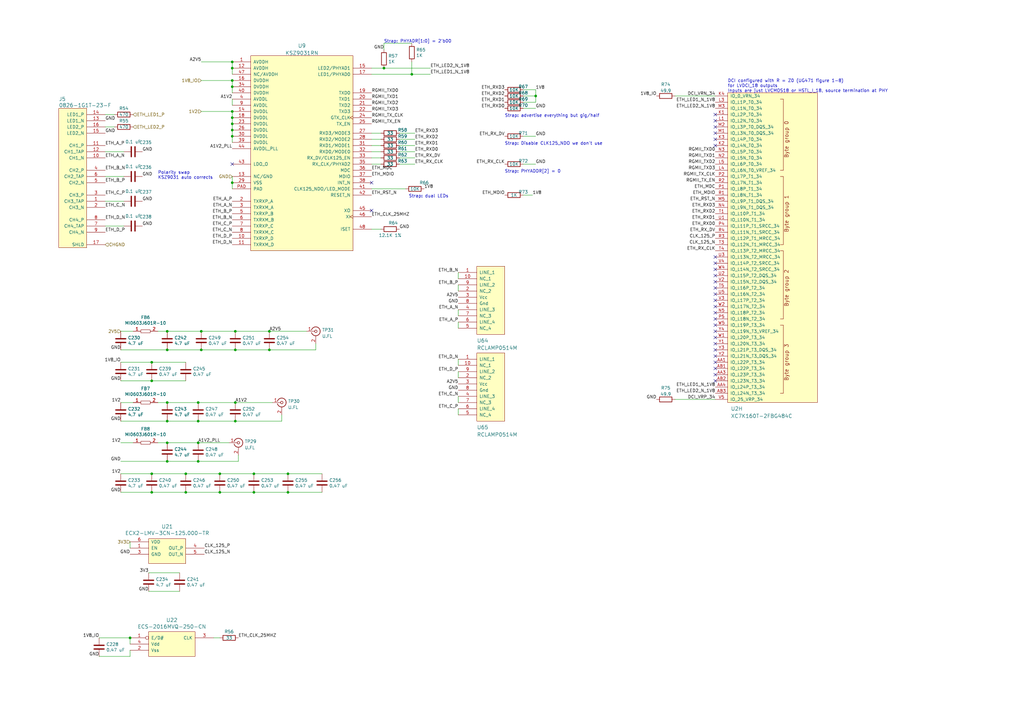
<source format=kicad_sch>
(kicad_sch (version 20211123) (generator eeschema)
  (paper "A3")
  (title_block (date "2023-05-28"))
  (junction (at 95.25 53.34))
  (junction (at 168.91 30.48))
  (junction (at 95.25 27.94))
  (junction (at 95.25 48.26))
  (junction (at 68.58 165.1))
  (junction (at 95.25 45.72))
  (junction (at 82.55 143.51))
  (junction (at 104.14 201.93))
  (junction (at 96.52 135.89))
  (junction (at 96.52 165.1))
  (junction (at 62.23 201.93))
  (junction (at 81.28 172.72))
  (junction (at 157.48 27.94))
  (junction (at 95.25 25.4))
  (junction (at 95.25 35.56))
  (junction (at 96.52 172.72))
  (junction (at 68.58 172.72))
  (junction (at 53.34 261.62))
  (junction (at 90.17 201.93))
  (junction (at 110.49 135.89))
  (junction (at 62.23 148.59))
  (junction (at 81.28 189.23))
  (junction (at 81.28 181.61))
  (junction (at 62.23 194.31))
  (junction (at 68.58 143.51))
  (junction (at 90.17 194.31))
  (junction (at 62.23 156.21))
  (junction (at 68.58 181.61))
  (junction (at 82.55 135.89))
  (junction (at 110.49 143.51))
  (junction (at 81.28 165.1))
  (junction (at 118.11 194.31))
  (junction (at 118.11 201.93))
  (junction (at 96.52 143.51))
  (junction (at 95.25 33.02))
  (junction (at 76.2 194.31))
  (junction (at 68.58 189.23))
  (junction (at 104.14 194.31))
  (junction (at 68.58 135.89))
  (junction (at 76.2 201.93))
  (junction (at 95.25 55.88))
  (junction (at 95.25 74.93))
  (junction (at 219.71 39.37))
  (junction (at 95.25 50.8))
  (no_connect (at 293.37 138.43))
  (no_connect (at 293.37 57.15))
  (no_connect (at 293.37 128.27))
  (no_connect (at 293.37 52.07))
  (no_connect (at 293.37 146.05))
  (no_connect (at 293.37 54.61))
  (no_connect (at 152.4 74.93))
  (no_connect (at 293.37 140.97))
  (no_connect (at 293.37 133.35))
  (no_connect (at 293.37 120.65))
  (no_connect (at 293.37 143.51))
  (no_connect (at 293.37 113.03))
  (no_connect (at 293.37 156.21))
  (no_connect (at 293.37 130.81))
  (no_connect (at 293.37 151.13))
  (no_connect (at 293.37 115.57))
  (no_connect (at 152.4 86.36))
  (no_connect (at 293.37 46.99))
  (no_connect (at 293.37 135.89))
  (no_connect (at 293.37 123.19))
  (no_connect (at 293.37 153.67))
  (no_connect (at 293.37 148.59))
  (no_connect (at 293.37 107.95))
  (no_connect (at 293.37 110.49))
  (no_connect (at 293.37 125.73))
  (no_connect (at 293.37 118.11))
  (no_connect (at 95.25 67.31))
  (no_connect (at 293.37 105.41))
  (no_connect (at 293.37 59.69))
  (no_connect (at 293.37 49.53))
  (wire (pts (xy 90.17 201.93) (xy 104.14 201.93)))
  (wire (pts (xy 95.25 33.02) (xy 95.25 35.56)))
  (wire (pts (xy 214.63 41.91) (xy 219.71 41.91)))
  (wire (pts (xy 62.23 201.93) (xy 76.2 201.93)))
  (wire (pts (xy 176.53 27.94) (xy 157.48 27.94)))
  (wire (pts (xy 170.18 57.15) (xy 163.83 57.15)))
  (wire (pts (xy 156.21 54.61) (xy 152.4 54.61)))
  (wire (pts (xy 110.49 143.51) (xy 129.54 143.51)))
  (wire (pts (xy 43.18 46.99) (xy 46.99 46.99)))
  (wire (pts (xy 50.8 62.23) (xy 43.18 62.23)))
  (wire (pts (xy 219.71 39.37) (xy 219.71 36.83)))
  (wire (pts (xy 95.25 53.34) (xy 95.25 55.88)))
  (wire (pts (xy 276.86 163.83) (xy 293.37 163.83)))
  (wire (pts (xy 214.63 36.83) (xy 219.71 36.83)))
  (wire (pts (xy 156.21 93.98) (xy 152.4 93.98)))
  (wire (pts (xy 157.48 17.78) (xy 168.91 17.78)))
  (wire (pts (xy 68.58 181.61) (xy 64.77 181.61)))
  (wire (pts (xy 118.11 194.31) (xy 104.14 194.31)))
  (wire (pts (xy 187.96 116.84) (xy 187.96 119.38)))
  (wire (pts (xy 81.28 189.23) (xy 97.79 189.23)))
  (wire (pts (xy 170.18 67.31) (xy 163.83 67.31)))
  (wire (pts (xy 62.23 194.31) (xy 49.53 194.31)))
  (wire (pts (xy 53.34 261.62) (xy 53.34 264.16)))
  (wire (pts (xy 95.25 50.8) (xy 95.25 53.34)))
  (wire (pts (xy 40.64 269.24) (xy 53.34 269.24)))
  (wire (pts (xy 49.53 201.93) (xy 62.23 201.93)))
  (wire (pts (xy 82.55 33.02) (xy 95.25 33.02)))
  (wire (pts (xy 129.54 143.51) (xy 129.54 140.97)))
  (wire (pts (xy 219.71 67.31) (xy 214.63 67.31)))
  (wire (pts (xy 40.64 261.62) (xy 53.34 261.62)))
  (wire (pts (xy 54.61 165.1) (xy 49.53 165.1)))
  (wire (pts (xy 152.4 27.94) (xy 157.48 27.94)))
  (wire (pts (xy 95.25 74.93) (xy 95.25 77.47)))
  (wire (pts (xy 68.58 165.1) (xy 64.77 165.1)))
  (wire (pts (xy 276.86 39.37) (xy 293.37 39.37)))
  (wire (pts (xy 68.58 189.23) (xy 81.28 189.23)))
  (wire (pts (xy 170.18 62.23) (xy 163.83 62.23)))
  (wire (pts (xy 64.77 135.89) (xy 68.58 135.89)))
  (wire (pts (xy 81.28 172.72) (xy 96.52 172.72)))
  (wire (pts (xy 95.25 35.56) (xy 95.25 38.1)))
  (wire (pts (xy 156.21 67.31) (xy 152.4 67.31)))
  (wire (pts (xy 62.23 148.59) (xy 76.2 148.59)))
  (wire (pts (xy 104.14 194.31) (xy 90.17 194.31)))
  (wire (pts (xy 163.83 64.77) (xy 170.18 64.77)))
  (wire (pts (xy 90.17 194.31) (xy 76.2 194.31)))
  (wire (pts (xy 68.58 143.51) (xy 82.55 143.51)))
  (wire (pts (xy 115.57 172.72) (xy 115.57 170.18)))
  (wire (pts (xy 163.83 59.69) (xy 170.18 59.69)))
  (wire (pts (xy 90.17 261.62) (xy 87.63 261.62)))
  (wire (pts (xy 156.21 64.77) (xy 152.4 64.77)))
  (wire (pts (xy 168.91 30.48) (xy 176.53 30.48)))
  (wire (pts (xy 168.91 30.48) (xy 152.4 30.48)))
  (wire (pts (xy 97.79 189.23) (xy 97.79 186.69)))
  (wire (pts (xy 54.61 135.89) (xy 49.53 135.89)))
  (wire (pts (xy 110.49 135.89) (xy 96.52 135.89)))
  (wire (pts (xy 95.25 40.64) (xy 95.25 43.18)))
  (wire (pts (xy 187.96 162.56) (xy 187.96 165.1)))
  (wire (pts (xy 68.58 172.72) (xy 81.28 172.72)))
  (wire (pts (xy 53.34 269.24) (xy 53.34 266.7)))
  (wire (pts (xy 43.18 82.55) (xy 50.8 82.55)))
  (wire (pts (xy 95.25 48.26) (xy 95.25 50.8)))
  (wire (pts (xy 219.71 55.88) (xy 214.63 55.88)))
  (wire (pts (xy 219.71 44.45) (xy 214.63 44.45)))
  (wire (pts (xy 49.53 156.21) (xy 62.23 156.21)))
  (wire (pts (xy 81.28 165.1) (xy 68.58 165.1)))
  (wire (pts (xy 82.55 25.4) (xy 95.25 25.4)))
  (wire (pts (xy 60.96 242.57) (xy 73.66 242.57)))
  (wire (pts (xy 104.14 201.93) (xy 118.11 201.93)))
  (wire (pts (xy 73.66 234.95) (xy 60.96 234.95)))
  (wire (pts (xy 187.96 111.76) (xy 187.96 114.3)))
  (wire (pts (xy 95.25 72.39) (xy 95.25 74.93)))
  (wire (pts (xy 82.55 143.51) (xy 96.52 143.51)))
  (wire (pts (xy 132.08 194.31) (xy 118.11 194.31)))
  (wire (pts (xy 95.25 55.88) (xy 95.25 58.42)))
  (wire (pts (xy 157.48 20.32) (xy 157.48 17.78)))
  (wire (pts (xy 46.99 52.07) (xy 43.18 52.07)))
  (wire (pts (xy 96.52 143.51) (xy 110.49 143.51)))
  (wire (pts (xy 50.8 72.39) (xy 43.18 72.39)))
  (wire (pts (xy 81.28 181.61) (xy 68.58 181.61)))
  (wire (pts (xy 50.8 92.71) (xy 43.18 92.71)))
  (wire (pts (xy 187.96 127) (xy 187.96 129.54)))
  (wire (pts (xy 187.96 132.08) (xy 187.96 134.62)))
  (wire (pts (xy 166.37 77.47) (xy 152.4 77.47)))
  (wire (pts (xy 96.52 135.89) (xy 82.55 135.89)))
  (wire (pts (xy 82.55 135.89) (xy 68.58 135.89)))
  (wire (pts (xy 49.53 143.51) (xy 68.58 143.51)))
  (wire (pts (xy 187.96 167.64) (xy 187.96 170.18)))
  (wire (pts (xy 96.52 172.72) (xy 115.57 172.72)))
  (wire (pts (xy 163.83 54.61) (xy 170.18 54.61)))
  (wire (pts (xy 49.53 189.23) (xy 68.58 189.23)))
  (wire (pts (xy 118.11 201.93) (xy 132.08 201.93)))
  (wire (pts (xy 53.34 222.25) (xy 53.34 224.79)))
  (wire (pts (xy 110.49 135.89) (xy 125.73 135.89)))
  (wire (pts (xy 81.28 181.61) (xy 93.98 181.61)))
  (wire (pts (xy 156.21 62.23) (xy 152.4 62.23)))
  (wire (pts (xy 187.96 147.32) (xy 187.96 149.86)))
  (wire (pts (xy 49.53 172.72) (xy 68.58 172.72)))
  (wire (pts (xy 95.25 25.4) (xy 95.25 27.94)))
  (wire (pts (xy 54.61 181.61) (xy 49.53 181.61)))
  (wire (pts (xy 82.55 45.72) (xy 95.25 45.72)))
  (wire (pts (xy 156.21 57.15) (xy 152.4 57.15)))
  (wire (pts (xy 96.52 165.1) (xy 111.76 165.1)))
  (wire (pts (xy 62.23 156.21) (xy 76.2 156.21)))
  (wire (pts (xy 156.21 59.69) (xy 152.4 59.69)))
  (wire (pts (xy 95.25 45.72) (xy 95.25 48.26)))
  (wire (pts (xy 76.2 201.93) (xy 90.17 201.93)))
  (wire (pts (xy 76.2 194.31) (xy 62.23 194.31)))
  (wire (pts (xy 49.53 148.59) (xy 62.23 148.59)))
  (wire (pts (xy 219.71 41.91) (xy 219.71 39.37)))
  (wire (pts (xy 95.25 27.94) (xy 95.25 30.48)))
  (wire (pts (xy 168.91 25.4) (xy 168.91 30.48)))
  (wire (pts (xy 187.96 152.4) (xy 187.96 154.94)))
  (wire (pts (xy 218.44 80.01) (xy 214.63 80.01)))
  (wire (pts (xy 96.52 165.1) (xy 81.28 165.1)))
  (wire (pts (xy 214.63 39.37) (xy 219.71 39.37)))
  (text "Strap: Disable CLK125_NDO we don't use" (at 207.01 59.69 0) (effects (font (size 1.27 1.27)) (justify left bottom)))
  (text "Polarity swap\nKSZ9031 auto corrects" (at 64.77 73.66 0) (effects (font (size 1.27 1.27)) (justify left bottom)))
  (text "Strap: PHYADR[1:0] = 2'b00" (at 157.48 17.78 0) (effects (font (size 1.27 1.27)) (justify left bottom)))
  (text "Strap: advertise everything but gig/half" (at 207.01 48.26 0) (effects (font (size 1.27 1.27)) (justify left bottom)))
  (text "Strap: PHYADDR[2] = 0" (at 207.01 71.12 0) (effects (font (size 1.27 1.27)) (justify left bottom)))
  (text "Strap: dual LEDs" (at 167.64 81.28 0) (effects (font (size 1.27 1.27)) (justify left bottom)))
  (text "DCI configured with R = Z0 (UG471 figure 1-8)\nfor LVDCI_18 outputs\nInputs are just LVCMOS18 or HSTL_I_18, source termination at PHY" (at 298.45 38.1 0) (effects (font (size 1.27 1.27)) (justify left bottom)))
  (label "1V2" (at 49.53 165.1 180))
  (label "GND" (at 187.96 160.02 180))
  (label "ETH_RXD3" (at 293.37 85.09 180))
  (label "RGMII_TX_CLK" (at 293.37 72.39 180))
  (label "ETH_D_P" (at 187.96 152.4 180))
  (label "ETH_LED1_N_1V8" (at 293.37 158.75 180))
  (label "ETH_RXD2" (at 293.37 87.63 180))
  (label "GND" (at 269.24 163.83 180))
  (label "RGMII_TXD3" (at 152.4 45.72 0))
  (label "A1V2_PLL" (at 81.28 181.61 0))
  (label "RGMII_TXD0" (at 152.4 38.1 0))
  (label "ETH_B_P" (at 95.25 87.63 180))
  (label "ETH_RXD3" (at 207.01 36.83 180))
  (label "ETH_C_P" (at 95.25 92.71 180))
  (label "ETH_C_N" (at 43.18 85.09 0))
  (label "ETH_RX_CLK" (at 293.37 102.87 180))
  (label "ETH_RXD2" (at 170.18 57.15 0))
  (label "RGMII_TX_CLK" (at 152.4 48.26 0))
  (label "CLK_125_N" (at 83.82 227.33 0))
  (label "1V8" (at 219.71 36.83 0))
  (label "GND" (at 157.48 20.32 180))
  (label "ETH_RXD2" (at 207.01 39.37 180))
  (label "GND" (at 163.83 93.98 0))
  (label "RGMII_TX_EN" (at 152.4 50.8 0))
  (label "ETH_RX_DV" (at 170.18 64.77 0))
  (label "RGMII_TXD3" (at 293.37 69.85 180))
  (label "1V8_IO" (at 49.53 148.59 180))
  (label "ETH_B_P" (at 187.96 116.84 180))
  (label "ETH_B_P" (at 43.18 74.93 0))
  (label "ETH_D_N" (at 95.25 100.33 180))
  (label "ETH_MDC" (at 152.4 69.85 0))
  (label "GND" (at 187.96 124.46 180))
  (label "ETH_B_N" (at 187.96 111.76 180))
  (label "1V8" (at 173.99 77.47 0))
  (label "ETH_RXD1" (at 293.37 90.17 180))
  (label "ETH_RXD1" (at 207.01 41.91 180))
  (label "DCI_VRN_34" (at 293.37 39.37 180))
  (label "ETH_RST_N" (at 152.4 80.01 0))
  (label "ETH_D_N" (at 187.96 147.32 180))
  (label "GND" (at 58.42 92.71 0))
  (label "GND" (at 219.71 67.31 0))
  (label "ETH_RXD0" (at 170.18 62.23 0))
  (label "ETH_C_N" (at 187.96 162.56 180))
  (label "ETH_C_P" (at 43.18 80.01 0))
  (label "1V2" (at 49.53 194.31 180))
  (label "ETH_LED2_N_1V8" (at 293.37 161.29 180))
  (label "RGMII_TX_EN" (at 293.37 74.93 180))
  (label "ETH_C_N" (at 95.25 95.25 180))
  (label "ETH_RXD0" (at 207.01 44.45 180))
  (label "GND" (at 40.64 269.24 180))
  (label "GND" (at 49.53 189.23 180))
  (label "ETH_LED1_N_1V8" (at 176.53 30.48 0))
  (label "GND" (at 49.53 156.21 180))
  (label "ETH_RX_CLK" (at 207.01 67.31 180))
  (label "RGMII_TXD0" (at 293.37 62.23 180))
  (label "ETH_A_N" (at 187.96 127 180))
  (label "1V8" (at 218.44 80.01 0))
  (label "ETH_CLK_25MHZ" (at 97.79 261.62 0))
  (label "GND" (at 219.71 44.45 0))
  (label "ETH_LED2_N_1V8" (at 293.37 44.45 180))
  (label "ETH_A_P" (at 187.96 132.08 180))
  (label "1V2" (at 49.53 181.61 180))
  (label "ETH_C_P" (at 187.96 167.64 180))
  (label "GND" (at 43.18 54.61 0))
  (label "1V8_IO" (at 40.64 261.62 180))
  (label "ETH_D_N" (at 43.18 90.17 0))
  (label "A1V2" (at 95.25 40.64 180))
  (label "ETH_MDC" (at 293.37 77.47 180))
  (label "ETH_A_N" (at 43.18 64.77 0))
  (label "RGMII_TXD1" (at 152.4 40.64 0))
  (label "ETH_A_N" (at 95.25 85.09 180))
  (label "GND" (at 58.42 72.39 0))
  (label "RGMII_TXD2" (at 152.4 43.18 0))
  (label "CLK_125_P" (at 293.37 97.79 180))
  (label "CLK_125_N" (at 293.37 100.33 180))
  (label "GND" (at 43.18 49.53 0))
  (label "GND" (at 49.53 201.93 180))
  (label "RGMII_TXD1" (at 293.37 64.77 180))
  (label "ETH_B_N" (at 95.25 90.17 180))
  (label "ETH_MDIO" (at 293.37 80.01 180))
  (label "ETH_A_P" (at 43.18 59.69 0))
  (label "ETH_RX_CLK" (at 170.18 67.31 0))
  (label "ETH_RXD1" (at 170.18 59.69 0))
  (label "CLK_125_P" (at 83.82 224.79 0))
  (label "ETH_D_P" (at 95.25 97.79 180))
  (label "GND" (at 49.53 172.72 180))
  (label "ETH_RST_N" (at 293.37 82.55 180))
  (label "1V8_IO" (at 269.24 39.37 180))
  (label "GND" (at 58.42 82.55 0))
  (label "3V3" (at 60.96 234.95 180))
  (label "ETH_D_P" (at 43.18 95.25 0))
  (label "ETH_LED2_N_1V8" (at 176.53 27.94 0))
  (label "ETH_MDIO" (at 207.01 80.01 180))
  (label "A1V2_PLL" (at 95.25 60.96 180))
  (label "RGMII_TXD2" (at 293.37 67.31 180))
  (label "GND" (at 49.53 143.51 180))
  (label "GND" (at 58.42 62.23 0))
  (label "GND" (at 219.71 55.88 0))
  (label "A2V5" (at 187.96 157.48 180))
  (label "ETH_B_N" (at 43.18 69.85 0))
  (label "ETH_RX_DV" (at 293.37 95.25 180))
  (label "A2V5" (at 110.49 135.89 0))
  (label "ETH_MDIO" (at 152.4 72.39 0))
  (label "ETH_RX_DV" (at 207.01 55.88 180))
  (label "ETH_CLK_25MHZ" (at 152.4 88.9 0))
  (label "ETH_A_P" (at 95.25 82.55 180))
  (label "A2V5" (at 82.55 25.4 180))
  (label "ETH_LED1_N_1V8" (at 293.37 41.91 180))
  (label "ETH_RXD0" (at 293.37 92.71 180))
  (label "GND" (at 53.34 227.33 180))
  (label "A1V2" (at 96.52 165.1 0))
  (label "GND" (at 60.96 242.57 180))
  (label "DCI_VRP_34" (at 293.37 163.83 180))
  (label "ETH_RXD3" (at 170.18 54.61 0))
  (label "A2V5" (at 187.96 121.92 180))
  (hierarchical_label "2V5" (shape input) (at 49.53 135.89 180))
  (hierarchical_label "3V3" (shape input) (at 53.34 222.25 180))
  (hierarchical_label "GND" (shape input) (at 95.25 72.39 180))
  (hierarchical_label "1V2" (shape input) (at 82.55 45.72 180))
  (hierarchical_label "CHGND" (shape input) (at 43.18 100.33 0))
  (hierarchical_label "ETH_LED2_P" (shape input) (at 54.61 52.07 0))
  (hierarchical_label "1V8_IO" (shape input) (at 82.55 33.02 180))
  (hierarchical_label "ETH_LED1_P" (shape input) (at 54.61 46.99 0))
  (symbol (lib_id "device:R") (at 210.82 39.37 270) (unit 1)
    (property "Reference" "R68" (at 214.63 38.1 90))
    (property "Value" "10K" (at 210.82 39.37 90))
    (property "Footprint" "azonenberg_pcb:EIA_0402_RES_NOSILK" (effects hide))
  )
  (symbol (lib_id "device:C") (at 73.66 238.76 0) (unit 1)
    (property "Reference" "C241" (at 76.581 237.5916 0) (effects (justify left)))
    (property "Value" "0.47 uF" (at 76.581 239.903 0) (effects (justify left)))
    (property "Footprint" "azonenberg_pcb:EIA_0402_CAP_NOSILK" (effects hide))
  )
  (symbol (lib_id "device:C") (at 49.53 139.7 0) (unit 1)
    (property "Reference" "C230" (at 52.451 138.5316 0) (effects (justify left)))
    (property "Value" "4.7 uF" (at 52.451 140.843 0) (effects (justify left)))
    (property "Footprint" "azonenberg_pcb:EIA_0603_CAP_NOSILK" (effects hide))
  )
  (symbol (lib_id "device:R") (at 170.18 77.47 270) (unit 1)
    (property "Reference" "R66" (at 173.99 74.93 90))
    (property "Value" "10K" (at 170.18 77.47 90))
    (property "Footprint" "azonenberg_pcb:EIA_0402_RES_NOSILK" (effects hide))
  )
  (symbol (lib_id "device:R") (at 160.02 93.98 270) (unit 1)
    (property "Reference" "R64" (at 161.29 91.44 90))
    (property "Value" "12.1K 1%" (at 160.02 96.52 90))
    (property "Footprint" "azonenberg_pcb:EIA_0402_RES_NOSILK" (effects hide))
  )
  (symbol (lib_id "device:C") (at 76.2 152.4 0) (unit 1)
    (property "Reference" "C245" (at 79.121 151.2316 0) (effects (justify left)))
    (property "Value" "0.47 uF" (at 79.121 153.543 0) (effects (justify left)))
    (property "Footprint" "azonenberg_pcb:EIA_0402_CAP_NOSILK" (effects hide))
  )
  (symbol (lib_id "device:R") (at 160.02 67.31 270) (unit 1)
    (property "Reference" "R63" (at 165.1 66.04 90))
    (property "Value" "33" (at 160.02 67.31 90))
    (property "Footprint" "azonenberg_pcb:EIA_0402_RES_NOSILK" (effects hide))
  )
  (symbol (lib_id "device:R") (at 50.8 52.07 270) (unit 1)
    (property "Reference" "R55" (at 50.8 49.53 90))
    (property "Value" "470" (at 50.8 52.07 90))
    (property "Footprint" "azonenberg_pcb:EIA_0402_RES_NOSILK" (effects hide))
  )
  (symbol (lib_id "device:C") (at 104.14 198.12 0) (unit 1)
    (property "Reference" "C253" (at 107.061 196.9516 0) (effects (justify left)))
    (property "Value" "0.47 uF" (at 107.061 199.263 0) (effects (justify left)))
    (property "Footprint" "azonenberg_pcb:EIA_0402_CAP_NOSILK" (effects hide))
  )
  (symbol (lib_id "passive-azonenberg:FERRITE_SMALL2") (at 59.69 135.89 0) (unit 1)
    (property "Reference" "FB6" (at 59.69 130.175 0))
    (property "Value" "MI0603J601R-10" (at 59.69 132.4864 0))
    (property "Footprint" "azonenberg_pcb:EIA_0603_INDUCTOR_NOSILK" (effects hide))
  )
  (symbol (lib_id "device:C") (at 54.61 62.23 270) (unit 1)
    (property "Reference" "C235" (at 59.69 58.42 90))
    (property "Value" "0.1 uF" (at 54.61 58.1406 90))
    (property "Footprint" "azonenberg_pcb:EIA_0402_CAP_NOSILK" (effects hide))
  )
  (symbol (lib_id "device:R") (at 210.82 67.31 270) (unit 1)
    (property "Reference" "R72" (at 214.63 66.04 90))
    (property "Value" "10K" (at 210.82 67.31 90))
    (property "Footprint" "azonenberg_pcb:EIA_0402_RES_NOSILK" (effects hide))
  )
  (symbol (lib_id "device:C") (at 96.52 139.7 0) (unit 1)
    (property "Reference" "C251" (at 99.441 138.5316 0) (effects (justify left)))
    (property "Value" "0.47 uF" (at 99.441 140.843 0) (effects (justify left)))
    (property "Footprint" "azonenberg_pcb:EIA_0402_CAP_NOSILK" (effects hide))
  )
  (symbol (lib_id "conn:CONN_COAXIAL") (at 129.54 135.89 0) (unit 1)
    (property "Reference" "TP31" (at 132.0801 135.3485 0) (effects (justify left)))
    (property "Value" "U.FL" (at 132.0801 137.8854 0) (effects (justify left)))
    (property "Footprint" "azonenberg_pcb:CONN_U.FL_TE_1909763-1" (effects hide))
  )
  (symbol (lib_id "special-azonenberg:BEL_FUSE_0826-1G1T-23-F") (at 35.56 97.79 0) (mirror y) (unit 1)
    (property "Reference" "J5" (at 24.13 40.64 0) (effects (font (size 1.524 1.524)) (justify right)))
    (property "Value" "0826-1G1T-23-F" (at 24.13 43.18 0) (effects (font (size 1.524 1.524)) (justify right)))
    (property "Footprint" "azonenberg_pcb:CONN_BELFUSE_0826_1G1T_23_F" (effects hide))
  )
  (symbol (lib_id "device:C") (at 62.23 198.12 0) (unit 1)
    (property "Reference" "C240" (at 65.151 196.9516 0) (effects (justify left)))
    (property "Value" "0.47 uF" (at 65.151 199.263 0) (effects (justify left)))
    (property "Footprint" "azonenberg_pcb:EIA_0402_CAP_NOSILK" (effects hide))
  )
  (symbol (lib_id "device:C") (at 81.28 185.42 0) (unit 1)
    (property "Reference" "C248" (at 84.201 184.2516 0) (effects (justify left)))
    (property "Value" "0.47 uF" (at 84.201 186.563 0) (effects (justify left)))
    (property "Footprint" "azonenberg_pcb:EIA_0402_CAP_NOSILK" (effects hide))
  )
  (symbol (lib_id "device:R") (at 93.98 261.62 270) (unit 1)
    (property "Reference" "R56" (at 93.98 259.08 90))
    (property "Value" "33" (at 93.98 261.62 90))
    (property "Footprint" "azonenberg_pcb:EIA_0402_RES_NOSILK" (effects hide))
  )
  (symbol (lib_id "device:R") (at 210.82 55.88 270) (unit 1)
    (property "Reference" "R71" (at 214.63 54.61 90))
    (property "Value" "10K" (at 210.82 55.88 90))
    (property "Footprint" "azonenberg_pcb:EIA_0402_RES_NOSILK" (effects hide))
  )
  (symbol (lib_id "device:C") (at 49.53 152.4 0) (unit 1)
    (property "Reference" "C231" (at 52.451 151.2316 0) (effects (justify left)))
    (property "Value" "4.7 uF" (at 52.451 153.543 0) (effects (justify left)))
    (property "Footprint" "azonenberg_pcb:EIA_0603_CAP_NOSILK" (effects hide))
  )
  (symbol (lib_id "device:C") (at 96.52 168.91 0) (unit 1)
    (property "Reference" "C252" (at 99.441 167.7416 0) (effects (justify left)))
    (property "Value" "0.47 uF" (at 99.441 170.053 0) (effects (justify left)))
    (property "Footprint" "azonenberg_pcb:EIA_0402_CAP_NOSILK" (effects hide))
  )
  (symbol (lib_id "device:C") (at 54.61 72.39 270) (unit 1)
    (property "Reference" "C236" (at 59.69 68.58 90))
    (property "Value" "0.1 uF" (at 54.61 68.3006 90))
    (property "Footprint" "azonenberg_pcb:EIA_0402_CAP_NOSILK" (effects hide))
  )
  (symbol (lib_id "device:R") (at 210.82 44.45 270) (unit 1)
    (property "Reference" "R70" (at 214.63 43.18 90))
    (property "Value" "10K" (at 210.82 44.45 90))
    (property "Footprint" "azonenberg_pcb:EIA_0402_RES_NOSILK" (effects hide))
  )
  (symbol (lib_id "device:C") (at 49.53 168.91 0) (unit 1)
    (property "Reference" "C232" (at 52.451 167.7416 0) (effects (justify left)))
    (property "Value" "4.7 uF" (at 52.451 170.053 0) (effects (justify left)))
    (property "Footprint" "azonenberg_pcb:EIA_0603_CAP_NOSILK" (effects hide))
  )
  (symbol (lib_id "device:R") (at 168.91 21.59 0) (unit 1)
    (property "Reference" "R65" (at 170.688 20.4216 0) (effects (justify left)))
    (property "Value" "1K" (at 170.688 22.733 0) (effects (justify left)))
    (property "Footprint" "azonenberg_pcb:EIA_0402_RES_NOSILK" (effects hide))
  )
  (symbol (lib_id "device:C") (at 76.2 198.12 0) (unit 1)
    (property "Reference" "C246" (at 79.121 196.9516 0) (effects (justify left)))
    (property "Value" "0.47 uF" (at 79.121 199.263 0) (effects (justify left)))
    (property "Footprint" "azonenberg_pcb:EIA_0402_CAP_NOSILK" (effects hide))
  )
  (symbol (lib_id "device:R") (at 160.02 59.69 270) (unit 1)
    (property "Reference" "R60" (at 165.1 58.42 90))
    (property "Value" "33" (at 160.02 59.69 90))
    (property "Footprint" "azonenberg_pcb:EIA_0402_RES_NOSILK" (effects hide))
  )
  (symbol (lib_id "device:R") (at 160.02 54.61 270) (unit 1)
    (property "Reference" "R58" (at 165.1 53.34 90))
    (property "Value" "33" (at 160.02 54.61 90))
    (property "Footprint" "azonenberg_pcb:EIA_0402_RES_NOSILK" (effects hide))
  )
  (symbol (lib_id "conn:CONN_COAXIAL") (at 115.57 165.1 0) (unit 1)
    (property "Reference" "TP30" (at 118.1101 164.5585 0) (effects (justify left)))
    (property "Value" "U.FL" (at 118.1101 167.0954 0) (effects (justify left)))
    (property "Footprint" "azonenberg_pcb:CONN_U.FL_TE_1909763-1" (effects hide))
  )
  (symbol (lib_id "device:C") (at 54.61 92.71 270) (unit 1)
    (property "Reference" "C238" (at 59.69 88.9 90))
    (property "Value" "0.1 uF" (at 54.61 88.6206 90))
    (property "Footprint" "azonenberg_pcb:EIA_0402_CAP_NOSILK" (effects hide))
  )
  (symbol (lib_id "device:C") (at 118.11 198.12 0) (unit 1)
    (property "Reference" "C255" (at 121.031 196.9516 0) (effects (justify left)))
    (property "Value" "0.47 uF" (at 121.031 199.263 0) (effects (justify left)))
    (property "Footprint" "azonenberg_pcb:EIA_0402_CAP_NOSILK" (effects hide))
  )
  (symbol (lib_id "xilinx-azonenberg:XC7KxT-FBG484") (at 298.45 163.83 0) (unit 8)
    (property "Reference" "U2" (at 299.72 167.64 0) (effects (font (size 1.524 1.524)) (justify left)))
    (property "Value" "XC7K160T-2FBG484C" (at 299.72 170.6334 0) (effects (font (size 1.524 1.524)) (justify left)))
    (property "Footprint" "azonenberg_pcb:BGA_484_22x22_FULLARRAY_1MM" (effects hide))
  )
  (symbol (lib_id "device:C") (at 54.61 82.55 270) (unit 1)
    (property "Reference" "C237" (at 59.69 78.74 90))
    (property "Value" "0.1 uF" (at 54.61 78.4606 90))
    (property "Footprint" "azonenberg_pcb:EIA_0402_CAP_NOSILK" (effects hide))
  )
  (symbol (lib_id "passive-azonenberg:FERRITE_SMALL2") (at 59.69 165.1 0) (unit 1)
    (property "Reference" "FB7" (at 59.69 159.385 0))
    (property "Value" "MI0603J601R-10" (at 59.69 161.6964 0))
    (property "Footprint" "azonenberg_pcb:EIA_0603_INDUCTOR_NOSILK" (effects hide))
  )
  (symbol (lib_id "special-azonenberg:KSZ9031RN") (at 102.87 102.87 0) (unit 1)
    (property "Reference" "U9" (at 123.825 18.7759 0) (effects (font (size 1.524 1.524))))
    (property "Value" "KSZ9031RN" (at 123.825 21.7693 0) (effects (font (size 1.524 1.524))))
    (property "Footprint" "azonenberg_pcb:QFN_48_0.5MM_7x7MM" (effects hide))
  )
  (symbol (lib_id "device:C") (at 68.58 185.42 0) (unit 1)
    (property "Reference" "C244" (at 71.501 184.2516 0) (effects (justify left)))
    (property "Value" "4.7 uF" (at 71.501 186.563 0) (effects (justify left)))
    (property "Footprint" "azonenberg_pcb:EIA_0603_CAP_NOSILK" (effects hide))
  )
  (symbol (lib_id "special-azonenberg:RCLAMP0514M") (at 195.58 172.72 0) (unit 1)
    (property "Reference" "U65" (at 195.58 175.26 0) (effects (font (size 1.524 1.524)) (justify left)))
    (property "Value" "RCLAMP0514M" (at 195.58 178.2534 0) (effects (font (size 1.524 1.524)) (justify left)))
    (property "Footprint" "azonenberg_pcb:SOP_10_0.5MM_3MM" (effects hide))
  )
  (symbol (lib_id "device:C") (at 62.23 152.4 0) (unit 1)
    (property "Reference" "C239" (at 65.151 151.2316 0) (effects (justify left)))
    (property "Value" "0.47 uF" (at 65.151 153.543 0) (effects (justify left)))
    (property "Footprint" "azonenberg_pcb:EIA_0402_CAP_NOSILK" (effects hide))
  )
  (symbol (lib_id "device:R") (at 273.05 39.37 90) (unit 1)
    (property "Reference" "R74" (at 273.05 34.6542 90))
    (property "Value" "49.9" (at 273.05 37.1911 90))
    (property "Footprint" "azonenberg_pcb:EIA_0402_RES_NOSILK" (effects hide))
  )
  (symbol (lib_id "special-azonenberg:RCLAMP0514M") (at 195.58 137.16 0) (unit 1)
    (property "Reference" "U64" (at 195.58 139.7 0) (effects (font (size 1.524 1.524)) (justify left)))
    (property "Value" "RCLAMP0514M" (at 195.58 142.6934 0) (effects (font (size 1.524 1.524)) (justify left)))
    (property "Footprint" "azonenberg_pcb:SOP_10_0.5MM_3MM" (effects hide))
  )
  (symbol (lib_id "device:R") (at 50.8 46.99 270) (unit 1)
    (property "Reference" "R54" (at 50.8 44.45 90))
    (property "Value" "470" (at 50.8 46.99 90))
    (property "Footprint" "azonenberg_pcb:EIA_0402_RES_NOSILK" (effects hide))
  )
  (symbol (lib_id "device:C") (at 68.58 139.7 0) (unit 1)
    (property "Reference" "C242" (at 71.501 138.5316 0) (effects (justify left)))
    (property "Value" "4.7 uF" (at 71.501 140.843 0) (effects (justify left)))
    (property "Footprint" "azonenberg_pcb:EIA_0603_CAP_NOSILK" (effects hide))
  )
  (symbol (lib_id "passive-azonenberg:FERRITE_SMALL2") (at 59.69 181.61 0) (unit 1)
    (property "Reference" "FB8" (at 59.69 175.895 0))
    (property "Value" "MI0603J601R-10" (at 59.69 178.2064 0))
    (property "Footprint" "azonenberg_pcb:EIA_0603_INDUCTOR_NOSILK" (effects hide))
  )
  (symbol (lib_id "device:R") (at 160.02 57.15 270) (unit 1)
    (property "Reference" "R59" (at 165.1 55.88 90))
    (property "Value" "33" (at 160.02 57.15 90))
    (property "Footprint" "azonenberg_pcb:EIA_0402_RES_NOSILK" (effects hide))
  )
  (symbol (lib_id "device:C") (at 81.28 168.91 0) (unit 1)
    (property "Reference" "C247" (at 84.201 167.7416 0) (effects (justify left)))
    (property "Value" "0.47 uF" (at 84.201 170.053 0) (effects (justify left)))
    (property "Footprint" "azonenberg_pcb:EIA_0402_CAP_NOSILK" (effects hide))
  )
  (symbol (lib_id "device:C") (at 68.58 168.91 0) (unit 1)
    (property "Reference" "C243" (at 71.501 167.7416 0) (effects (justify left)))
    (property "Value" "4.7 uF" (at 71.501 170.053 0) (effects (justify left)))
    (property "Footprint" "azonenberg_pcb:EIA_0603_CAP_NOSILK" (effects hide))
  )
  (symbol (lib_id "device:R") (at 160.02 62.23 270) (unit 1)
    (property "Reference" "R61" (at 165.1 60.96 90))
    (property "Value" "33" (at 160.02 62.23 90))
    (property "Footprint" "azonenberg_pcb:EIA_0402_RES_NOSILK" (effects hide))
  )
  (symbol (lib_id "device:C") (at 132.08 198.12 0) (unit 1)
    (property "Reference" "C256" (at 135.001 196.9516 0) (effects (justify left)))
    (property "Value" "0.47 uF" (at 135.001 199.263 0) (effects (justify left)))
    (property "Footprint" "azonenberg_pcb:EIA_0402_CAP_NOSILK" (effects hide))
  )
  (symbol (lib_id "device:C") (at 40.64 265.43 0) (unit 1)
    (property "Reference" "C228" (at 43.561 264.2616 0) (effects (justify left)))
    (property "Value" "0.47 uF" (at 43.561 266.573 0) (effects (justify left)))
    (property "Footprint" "azonenberg_pcb:EIA_0402_CAP_NOSILK" (effects hide))
  )
  (symbol (lib_id "conn:CONN_COAXIAL") (at 97.79 181.61 0) (unit 1)
    (property "Reference" "TP29" (at 100.3301 181.0685 0) (effects (justify left)))
    (property "Value" "U.FL" (at 100.3301 183.6054 0) (effects (justify left)))
    (property "Footprint" "azonenberg_pcb:CONN_U.FL_TE_1909763-1" (effects hide))
  )
  (symbol (lib_id "device:R") (at 210.82 80.01 270) (unit 1)
    (property "Reference" "R73" (at 214.63 78.74 90))
    (property "Value" "1K" (at 210.82 80.01 90))
    (property "Footprint" "azonenberg_pcb:EIA_0402_RES_NOSILK" (effects hide))
  )
  (symbol (lib_id "device:C") (at 49.53 198.12 0) (unit 1)
    (property "Reference" "C233" (at 52.451 196.9516 0) (effects (justify left)))
    (property "Value" "4.7 uF" (at 52.451 199.263 0) (effects (justify left)))
    (property "Footprint" "azonenberg_pcb:EIA_0603_CAP_NOSILK" (effects hide))
  )
  (symbol (lib_id "device:C") (at 90.17 198.12 0) (unit 1)
    (property "Reference" "C250" (at 93.091 196.9516 0) (effects (justify left)))
    (property "Value" "0.47 uF" (at 93.091 199.263 0) (effects (justify left)))
    (property "Footprint" "azonenberg_pcb:EIA_0402_CAP_NOSILK" (effects hide))
  )
  (symbol (lib_id "device:R") (at 210.82 36.83 270) (unit 1)
    (property "Reference" "R67" (at 214.63 35.56 90))
    (property "Value" "10K" (at 210.82 36.83 90))
    (property "Footprint" "azonenberg_pcb:EIA_0402_RES_NOSILK" (effects hide))
  )
  (symbol (lib_id "osc-azonenberg:OSC") (at 71.12 261.62 0) (unit 1)
    (property "Reference" "U22" (at 70.485 254.3302 0) (effects (font (size 1.524 1.524))))
    (property "Value" "ECS-2016MVQ-250-CN" (at 70.485 257.0226 0) (effects (font (size 1.524 1.524))))
    (property "Footprint" "azonenberg_pcb:OSCILLATOR_2.0x1.6" (effects hide))
  )
  (symbol (lib_id "device:R") (at 210.82 41.91 270) (unit 1)
    (property "Reference" "R69" (at 214.63 40.64 90))
    (property "Value" "10K" (at 210.82 41.91 90))
    (property "Footprint" "azonenberg_pcb:EIA_0402_RES_NOSILK" (effects hide))
  )
  (symbol (lib_id "device:C") (at 60.96 238.76 0) (unit 1)
    (property "Reference" "C234" (at 63.881 237.5916 0) (effects (justify left)))
    (property "Value" "4.7 uF" (at 63.881 239.903 0) (effects (justify left)))
    (property "Footprint" "azonenberg_pcb:EIA_0603_CAP_NOSILK" (effects hide))
  )
  (symbol (lib_id "device:R") (at 160.02 64.77 270) (unit 1)
    (property "Reference" "R62" (at 165.1 63.5 90))
    (property "Value" "33" (at 160.02 64.77 90))
    (property "Footprint" "azonenberg_pcb:EIA_0402_RES_NOSILK" (effects hide))
  )
  (symbol (lib_id "device:C") (at 110.49 139.7 0) (unit 1)
    (property "Reference" "C254" (at 113.411 138.5316 0) (effects (justify left)))
    (property "Value" "0.47 uF" (at 113.411 140.843 0) (effects (justify left)))
    (property "Footprint" "azonenberg_pcb:EIA_0402_CAP_NOSILK" (effects hide))
  )
  (symbol (lib_id "device:R") (at 273.05 163.83 90) (unit 1)
    (property "Reference" "R75" (at 273.05 159.1142 90))
    (property "Value" "49.9" (at 273.05 161.6511 90))
    (property "Footprint" "azonenberg_pcb:EIA_0402_RES_NOSILK" (effects hide))
  )
  (symbol (lib_id "device:R") (at 157.48 24.13 0) (unit 1)
    (property "Reference" "R57" (at 159.258 22.9616 0) (effects (justify left)))
    (property "Value" "1K" (at 159.258 25.273 0) (effects (justify left)))
    (property "Footprint" "azonenberg_pcb:EIA_0402_RES_NOSILK" (effects hide))
  )
  (symbol (lib_id "osc-azonenberg:OSC_LVDS_NOPAD") (at 60.96 231.14 0) (unit 1)
    (property "Reference" "U21" (at 68.58 215.9762 0) (effects (font (size 1.524 1.524))))
    (property "Value" "ECX2-LMV-3CN-125.000-TR" (at 68.58 218.6686 0) (effects (font (size 1.524 1.524))))
    (property "Footprint" "azonenberg_pcb:OSCILLATOR_LVDS_3.2x2.5" (effects hide))
  )
  (symbol (lib_id "device:C") (at 82.55 139.7 0) (unit 1)
    (property "Reference" "C249" (at 85.471 138.5316 0) (effects (justify left)))
    (property "Value" "0.47 uF" (at 85.471 140.843 0) (effects (justify left)))
    (property "Footprint" "azonenberg_pcb:EIA_0402_CAP_NOSILK" (effects hide))
  )
)
</source>
